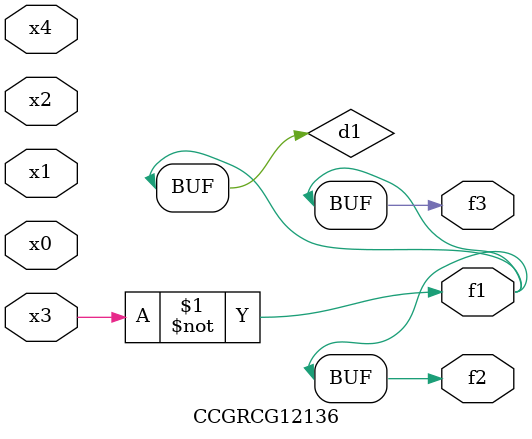
<source format=v>
module CCGRCG12136(
	input x0, x1, x2, x3, x4,
	output f1, f2, f3
);

	wire d1, d2;

	xnor (d1, x3);
	not (d2, x1);
	assign f1 = d1;
	assign f2 = d1;
	assign f3 = d1;
endmodule

</source>
